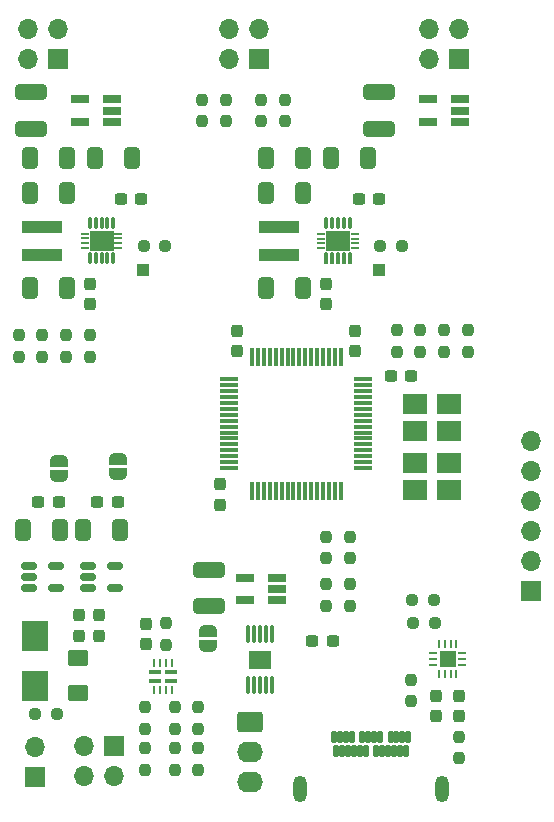
<source format=gts>
G04 #@! TF.GenerationSoftware,KiCad,Pcbnew,(6.0.8)*
G04 #@! TF.CreationDate,2023-12-02T01:29:22+01:00*
G04 #@! TF.ProjectId,lamp_devboard,6c616d70-5f64-4657-9662-6f6172642e6b,rev?*
G04 #@! TF.SameCoordinates,Original*
G04 #@! TF.FileFunction,Soldermask,Top*
G04 #@! TF.FilePolarity,Negative*
%FSLAX46Y46*%
G04 Gerber Fmt 4.6, Leading zero omitted, Abs format (unit mm)*
G04 Created by KiCad (PCBNEW (6.0.8)) date 2023-12-02 01:29:22*
%MOMM*%
%LPD*%
G01*
G04 APERTURE LIST*
G04 Aperture macros list*
%AMRoundRect*
0 Rectangle with rounded corners*
0 $1 Rounding radius*
0 $2 $3 $4 $5 $6 $7 $8 $9 X,Y pos of 4 corners*
0 Add a 4 corners polygon primitive as box body*
4,1,4,$2,$3,$4,$5,$6,$7,$8,$9,$2,$3,0*
0 Add four circle primitives for the rounded corners*
1,1,$1+$1,$2,$3*
1,1,$1+$1,$4,$5*
1,1,$1+$1,$6,$7*
1,1,$1+$1,$8,$9*
0 Add four rect primitives between the rounded corners*
20,1,$1+$1,$2,$3,$4,$5,0*
20,1,$1+$1,$4,$5,$6,$7,0*
20,1,$1+$1,$6,$7,$8,$9,0*
20,1,$1+$1,$8,$9,$2,$3,0*%
%AMFreePoly0*
4,1,22,0.500000,-0.750000,0.000000,-0.750000,0.000000,-0.745033,-0.079941,-0.743568,-0.215256,-0.701293,-0.333266,-0.622738,-0.424486,-0.514219,-0.481581,-0.384460,-0.499164,-0.250000,-0.500000,-0.250000,-0.500000,0.250000,-0.499164,0.250000,-0.499963,0.256109,-0.478152,0.396186,-0.417904,0.524511,-0.324060,0.630769,-0.204165,0.706417,-0.067858,0.745374,0.000000,0.744959,0.000000,0.750000,
0.500000,0.750000,0.500000,-0.750000,0.500000,-0.750000,$1*%
%AMFreePoly1*
4,1,20,0.000000,0.744959,0.073905,0.744508,0.209726,0.703889,0.328688,0.626782,0.421226,0.519385,0.479903,0.390333,0.500000,0.250000,0.500000,-0.250000,0.499851,-0.262216,0.476331,-0.402017,0.414519,-0.529596,0.319384,-0.634700,0.198574,-0.708877,0.061801,-0.746166,0.000000,-0.745033,0.000000,-0.750000,-0.500000,-0.750000,-0.500000,0.750000,0.000000,0.750000,0.000000,0.744959,
0.000000,0.744959,$1*%
G04 Aperture macros list end*
%ADD10RoundRect,0.237500X-0.237500X0.250000X-0.237500X-0.250000X0.237500X-0.250000X0.237500X0.250000X0*%
%ADD11FreePoly0,90.000000*%
%ADD12FreePoly1,90.000000*%
%ADD13RoundRect,0.250001X0.624999X-0.462499X0.624999X0.462499X-0.624999X0.462499X-0.624999X-0.462499X0*%
%ADD14RoundRect,0.150000X-0.512500X-0.150000X0.512500X-0.150000X0.512500X0.150000X-0.512500X0.150000X0*%
%ADD15RoundRect,0.237500X0.237500X-0.250000X0.237500X0.250000X-0.237500X0.250000X-0.237500X-0.250000X0*%
%ADD16RoundRect,0.075000X0.700000X0.075000X-0.700000X0.075000X-0.700000X-0.075000X0.700000X-0.075000X0*%
%ADD17RoundRect,0.075000X0.075000X0.700000X-0.075000X0.700000X-0.075000X-0.700000X0.075000X-0.700000X0*%
%ADD18R,1.700000X1.700000*%
%ADD19O,1.700000X1.700000*%
%ADD20RoundRect,0.062500X0.275000X0.062500X-0.275000X0.062500X-0.275000X-0.062500X0.275000X-0.062500X0*%
%ADD21RoundRect,0.062500X0.062500X0.275000X-0.062500X0.275000X-0.062500X-0.275000X0.062500X-0.275000X0*%
%ADD22R,1.450000X1.450000*%
%ADD23RoundRect,0.237500X0.250000X0.237500X-0.250000X0.237500X-0.250000X-0.237500X0.250000X-0.237500X0*%
%ADD24RoundRect,0.250000X-1.075000X0.400000X-1.075000X-0.400000X1.075000X-0.400000X1.075000X0.400000X0*%
%ADD25R,1.560000X0.650000*%
%ADD26RoundRect,0.250000X-0.845000X0.620000X-0.845000X-0.620000X0.845000X-0.620000X0.845000X0.620000X0*%
%ADD27O,2.190000X1.740000*%
%ADD28RoundRect,0.250000X0.412500X0.650000X-0.412500X0.650000X-0.412500X-0.650000X0.412500X-0.650000X0*%
%ADD29RoundRect,0.237500X0.300000X0.237500X-0.300000X0.237500X-0.300000X-0.237500X0.300000X-0.237500X0*%
%ADD30RoundRect,0.102000X-0.150000X-0.400000X0.150000X-0.400000X0.150000X0.400000X-0.150000X0.400000X0*%
%ADD31O,1.154000X2.254000*%
%ADD32R,2.300000X2.500000*%
%ADD33RoundRect,0.237500X0.237500X-0.300000X0.237500X0.300000X-0.237500X0.300000X-0.237500X-0.300000X0*%
%ADD34RoundRect,0.237500X-0.300000X-0.237500X0.300000X-0.237500X0.300000X0.237500X-0.300000X0.237500X0*%
%ADD35RoundRect,0.237500X0.237500X-0.287500X0.237500X0.287500X-0.237500X0.287500X-0.237500X-0.287500X0*%
%ADD36RoundRect,0.250000X-0.412500X-0.650000X0.412500X-0.650000X0.412500X0.650000X-0.412500X0.650000X0*%
%ADD37R,1.000000X1.000000*%
%ADD38RoundRect,0.237500X-0.250000X-0.237500X0.250000X-0.237500X0.250000X0.237500X-0.250000X0.237500X0*%
%ADD39R,2.100000X1.800000*%
%ADD40RoundRect,0.075000X-0.075000X0.650000X-0.075000X-0.650000X0.075000X-0.650000X0.075000X0.650000X0*%
%ADD41R,1.880000X1.570000*%
%ADD42RoundRect,0.100000X-0.425000X-0.100000X0.425000X-0.100000X0.425000X0.100000X-0.425000X0.100000X0*%
%ADD43RoundRect,0.050000X0.050000X0.250000X-0.050000X0.250000X-0.050000X-0.250000X0.050000X-0.250000X0*%
%ADD44RoundRect,0.237500X-0.237500X0.300000X-0.237500X-0.300000X0.237500X-0.300000X0.237500X0.300000X0*%
%ADD45R,3.400000X0.980000*%
%ADD46RoundRect,0.070000X0.140000X-0.140000X0.140000X0.140000X-0.140000X0.140000X-0.140000X-0.140000X0*%
%ADD47O,0.420000X0.990000*%
%ADD48C,0.600000*%
%ADD49R,0.700000X0.250000*%
%ADD50R,0.600000X0.230000*%
%ADD51R,0.900000X0.650000*%
%ADD52R,2.150000X1.700000*%
G04 APERTURE END LIST*
D10*
X54200000Y-111087500D03*
X54200000Y-112912500D03*
D11*
X44400000Y-91550000D03*
D12*
X44400000Y-90250000D03*
D13*
X46000000Y-109887500D03*
X46000000Y-106912500D03*
D14*
X41862500Y-99150000D03*
X41862500Y-100100000D03*
X41862500Y-101050000D03*
X44137500Y-101050000D03*
X44137500Y-99150000D03*
D15*
X56500000Y-61512500D03*
X56500000Y-59687500D03*
D16*
X70175000Y-90850000D03*
X70175000Y-90350000D03*
X70175000Y-89850000D03*
X70175000Y-89350000D03*
X70175000Y-88850000D03*
X70175000Y-88350000D03*
X70175000Y-87850000D03*
X70175000Y-87350000D03*
X70175000Y-86850000D03*
X70175000Y-86350000D03*
X70175000Y-85850000D03*
X70175000Y-85350000D03*
X70175000Y-84850000D03*
X70175000Y-84350000D03*
X70175000Y-83850000D03*
X70175000Y-83350000D03*
D17*
X68250000Y-81425000D03*
X67750000Y-81425000D03*
X67250000Y-81425000D03*
X66750000Y-81425000D03*
X66250000Y-81425000D03*
X65750000Y-81425000D03*
X65250000Y-81425000D03*
X64750000Y-81425000D03*
X64250000Y-81425000D03*
X63750000Y-81425000D03*
X63250000Y-81425000D03*
X62750000Y-81425000D03*
X62250000Y-81425000D03*
X61750000Y-81425000D03*
X61250000Y-81425000D03*
X60750000Y-81425000D03*
D16*
X58825000Y-83350000D03*
X58825000Y-83850000D03*
X58825000Y-84350000D03*
X58825000Y-84850000D03*
X58825000Y-85350000D03*
X58825000Y-85850000D03*
X58825000Y-86350000D03*
X58825000Y-86850000D03*
X58825000Y-87350000D03*
X58825000Y-87850000D03*
X58825000Y-88350000D03*
X58825000Y-88850000D03*
X58825000Y-89350000D03*
X58825000Y-89850000D03*
X58825000Y-90350000D03*
X58825000Y-90850000D03*
D17*
X60750000Y-92775000D03*
X61250000Y-92775000D03*
X61750000Y-92775000D03*
X62250000Y-92775000D03*
X62750000Y-92775000D03*
X63250000Y-92775000D03*
X63750000Y-92775000D03*
X64250000Y-92775000D03*
X64750000Y-92775000D03*
X65250000Y-92775000D03*
X65750000Y-92775000D03*
X66250000Y-92775000D03*
X66750000Y-92775000D03*
X67250000Y-92775000D03*
X67750000Y-92775000D03*
X68250000Y-92775000D03*
D18*
X78300000Y-56225000D03*
D19*
X78300000Y-53685000D03*
X75760000Y-56225000D03*
X75760000Y-53685000D03*
D20*
X78562500Y-107500000D03*
X78562500Y-107000000D03*
X78562500Y-106500000D03*
D21*
X78050000Y-105737500D03*
X77550000Y-105737500D03*
X77050000Y-105737500D03*
X76550000Y-105737500D03*
D20*
X76037500Y-106500000D03*
X76037500Y-107000000D03*
X76037500Y-107500000D03*
D21*
X76550000Y-108262500D03*
X77050000Y-108262500D03*
X77550000Y-108262500D03*
X78050000Y-108262500D03*
D22*
X77300000Y-107000000D03*
D23*
X53412500Y-72100000D03*
X51587500Y-72100000D03*
D24*
X71500000Y-59050000D03*
X71500000Y-62150000D03*
D10*
X69000000Y-96687500D03*
X69000000Y-98512500D03*
D25*
X62850000Y-102050000D03*
X62850000Y-101100000D03*
X62850000Y-100150000D03*
X60150000Y-100150000D03*
X60150000Y-102050000D03*
D15*
X63500000Y-61512500D03*
X63500000Y-59687500D03*
D26*
X60580000Y-112360000D03*
D27*
X60580000Y-114900000D03*
X60580000Y-117440000D03*
D28*
X65062500Y-64600000D03*
X61937500Y-64600000D03*
D11*
X57000000Y-105950000D03*
D12*
X57000000Y-104650000D03*
D18*
X44300000Y-56225000D03*
D19*
X44300000Y-53685000D03*
X41760000Y-56225000D03*
X41760000Y-53685000D03*
D10*
X73000000Y-79187500D03*
X73000000Y-81012500D03*
D15*
X45000000Y-81425000D03*
X45000000Y-79600000D03*
D29*
X44362500Y-93750000D03*
X42637500Y-93750000D03*
D30*
X67675000Y-113590000D03*
X68175000Y-113590000D03*
X68675000Y-113590000D03*
X69175000Y-113590000D03*
X70075000Y-113590000D03*
X70575000Y-113590000D03*
X71075000Y-113590000D03*
X71575000Y-113590000D03*
X72475000Y-113590000D03*
X72975000Y-113590000D03*
X73475000Y-113590000D03*
X73975000Y-113590000D03*
X73775000Y-114790000D03*
X73275000Y-114790000D03*
X72775000Y-114790000D03*
X72275000Y-114790000D03*
X71775000Y-114790000D03*
X71275000Y-114790000D03*
X70375000Y-114790000D03*
X69875000Y-114790000D03*
X69375000Y-114790000D03*
X68875000Y-114790000D03*
X68375000Y-114790000D03*
X67875000Y-114790000D03*
D31*
X64825000Y-118040000D03*
X76825000Y-118040000D03*
D15*
X41000000Y-81425000D03*
X41000000Y-79600000D03*
D32*
X42400000Y-109350000D03*
X42400000Y-105050000D03*
D28*
X44500000Y-96100000D03*
X41375000Y-96100000D03*
D24*
X42000000Y-59050000D03*
X42000000Y-62150000D03*
D10*
X69000000Y-100687500D03*
X69000000Y-102512500D03*
X51700000Y-114587500D03*
X51700000Y-116412500D03*
D28*
X49562500Y-96100000D03*
X46437500Y-96100000D03*
D33*
X46100000Y-105062500D03*
X46100000Y-103337500D03*
D29*
X67562500Y-105500000D03*
X65837500Y-105500000D03*
D18*
X61300000Y-56225000D03*
D19*
X61300000Y-53685000D03*
X58760000Y-56225000D03*
X58760000Y-53685000D03*
D10*
X51700000Y-111087500D03*
X51700000Y-112912500D03*
D34*
X72500000Y-83100000D03*
X74225000Y-83100000D03*
D10*
X79000000Y-79187500D03*
X79000000Y-81012500D03*
D15*
X78300000Y-115412500D03*
X78300000Y-113587500D03*
D28*
X45062500Y-67600000D03*
X41937500Y-67600000D03*
D15*
X67000000Y-102512500D03*
X67000000Y-100687500D03*
D29*
X71500000Y-68100000D03*
X69775000Y-68100000D03*
D18*
X42400000Y-116975000D03*
D19*
X42400000Y-114435000D03*
D24*
X57070000Y-99480000D03*
X57070000Y-102580000D03*
D15*
X67000000Y-98512500D03*
X67000000Y-96687500D03*
D28*
X65062500Y-67600000D03*
X61937500Y-67600000D03*
D35*
X78300000Y-111875000D03*
X78300000Y-110125000D03*
D10*
X56200000Y-114587500D03*
X56200000Y-116412500D03*
D36*
X47437500Y-64600000D03*
X50562500Y-64600000D03*
D15*
X75000000Y-81012500D03*
X75000000Y-79187500D03*
D37*
X51500000Y-74100000D03*
D38*
X42387500Y-111700000D03*
X44212500Y-111700000D03*
D10*
X53500000Y-103987500D03*
X53500000Y-105812500D03*
D39*
X74550000Y-87750000D03*
X77450000Y-87750000D03*
X77450000Y-85450000D03*
X74550000Y-85450000D03*
D35*
X76300000Y-111875000D03*
X76300000Y-110125000D03*
D23*
X73412500Y-72100000D03*
X71587500Y-72100000D03*
D40*
X62400000Y-104950000D03*
X61900000Y-104950000D03*
X61400000Y-104950000D03*
X60900000Y-104950000D03*
X60400000Y-104950000D03*
X60400000Y-109250000D03*
X60900000Y-109250000D03*
X61400000Y-109250000D03*
X61900000Y-109250000D03*
X62400000Y-109250000D03*
D41*
X61400000Y-107100000D03*
D42*
X52525000Y-108150000D03*
X52525000Y-108850000D03*
D43*
X52450000Y-109650000D03*
X52950000Y-109650000D03*
X53450000Y-109650000D03*
X53950000Y-109650000D03*
D42*
X53875000Y-108850000D03*
X53875000Y-108150000D03*
D43*
X53950000Y-107350000D03*
X53450000Y-107350000D03*
X52950000Y-107350000D03*
X52450000Y-107350000D03*
D44*
X67000000Y-75237500D03*
X67000000Y-76962500D03*
D15*
X58500000Y-61512500D03*
X58500000Y-59687500D03*
D10*
X47000000Y-79600000D03*
X47000000Y-81425000D03*
D28*
X45062500Y-64600000D03*
X41937500Y-64600000D03*
D10*
X54200000Y-114587500D03*
X54200000Y-116412500D03*
D15*
X61500000Y-61512500D03*
X61500000Y-59687500D03*
D44*
X47000000Y-75237500D03*
X47000000Y-76962500D03*
D33*
X51800000Y-105762500D03*
X51800000Y-104037500D03*
D45*
X63000000Y-72785000D03*
X63000000Y-70415000D03*
D10*
X43000000Y-79600000D03*
X43000000Y-81425000D03*
D46*
X67000000Y-73385000D03*
D47*
X67000000Y-73100000D03*
D46*
X67500000Y-73385000D03*
D47*
X67500000Y-73100000D03*
D46*
X68000000Y-73385000D03*
D47*
X68000000Y-73100000D03*
X68500000Y-73100000D03*
D46*
X68500000Y-73385000D03*
D47*
X69000000Y-73100000D03*
D46*
X69000000Y-73385000D03*
D47*
X69000000Y-70150000D03*
D46*
X69000000Y-69865000D03*
X68500000Y-69865000D03*
D47*
X68500000Y-70150000D03*
D46*
X68000000Y-69865000D03*
D47*
X68000000Y-70150000D03*
X67500000Y-70150000D03*
D46*
X67500000Y-69865000D03*
X67000000Y-69865000D03*
D47*
X67000000Y-70150000D03*
D48*
X68500000Y-72125000D03*
D49*
X66575000Y-71025000D03*
X69425000Y-72225000D03*
D48*
X67500000Y-72125000D03*
D50*
X66575000Y-72225000D03*
D49*
X69425000Y-71825000D03*
D50*
X66575000Y-71825000D03*
D48*
X67500000Y-71125000D03*
D49*
X66575000Y-71825000D03*
D50*
X66575000Y-71425000D03*
X66575000Y-71025000D03*
D49*
X66575000Y-71425000D03*
D51*
X67440000Y-71190000D03*
D49*
X69425000Y-71025000D03*
D50*
X69425000Y-72225000D03*
X69425000Y-71425000D03*
D48*
X68500000Y-71125000D03*
D52*
X68000000Y-71625000D03*
D49*
X66575000Y-72225000D03*
D51*
X68560000Y-72060000D03*
X68560000Y-71190000D03*
X67440000Y-72060000D03*
D50*
X69425000Y-71825000D03*
D49*
X69425000Y-71425000D03*
D50*
X69425000Y-71025000D03*
D23*
X76212500Y-104000000D03*
X74387500Y-104000000D03*
D33*
X59500000Y-80962500D03*
X59500000Y-79237500D03*
D18*
X49075000Y-114425000D03*
D19*
X49075000Y-116965000D03*
X46535000Y-114425000D03*
X46535000Y-116965000D03*
D29*
X51362500Y-68100000D03*
X49637500Y-68100000D03*
D10*
X74200000Y-108787500D03*
X74200000Y-110612500D03*
D47*
X47000000Y-73075000D03*
D46*
X47000000Y-73360000D03*
D47*
X47500000Y-73075000D03*
D46*
X47500000Y-73360000D03*
X48000000Y-73360000D03*
D47*
X48000000Y-73075000D03*
X48500000Y-73075000D03*
D46*
X48500000Y-73360000D03*
D47*
X49000000Y-73075000D03*
D46*
X49000000Y-73360000D03*
D47*
X49000000Y-70125000D03*
D46*
X49000000Y-69840000D03*
X48500000Y-69840000D03*
D47*
X48500000Y-70125000D03*
D46*
X48000000Y-69840000D03*
D47*
X48000000Y-70125000D03*
D46*
X47500000Y-69840000D03*
D47*
X47500000Y-70125000D03*
X47000000Y-70125000D03*
D46*
X47000000Y-69840000D03*
D49*
X46575000Y-71800000D03*
D50*
X46575000Y-71800000D03*
D51*
X47440000Y-71165000D03*
D48*
X47500000Y-72100000D03*
D50*
X46575000Y-71000000D03*
X49425000Y-71000000D03*
X49425000Y-71800000D03*
D51*
X48560000Y-72035000D03*
D48*
X47500000Y-71100000D03*
D49*
X46575000Y-71000000D03*
D51*
X48560000Y-71165000D03*
D49*
X49425000Y-71400000D03*
D48*
X48500000Y-72100000D03*
D49*
X49425000Y-71800000D03*
D51*
X47440000Y-72035000D03*
D49*
X49425000Y-71000000D03*
D50*
X46575000Y-72200000D03*
D49*
X46575000Y-71400000D03*
D48*
X48500000Y-71100000D03*
D52*
X48000000Y-71600000D03*
D50*
X46575000Y-71400000D03*
D49*
X49425000Y-72200000D03*
D50*
X49425000Y-72200000D03*
D49*
X46575000Y-72200000D03*
D50*
X49425000Y-71400000D03*
D11*
X49400000Y-91350000D03*
D12*
X49400000Y-90050000D03*
D28*
X45062500Y-75600000D03*
X41937500Y-75600000D03*
D15*
X77000000Y-81012500D03*
X77000000Y-79187500D03*
D33*
X47800000Y-105062500D03*
X47800000Y-103337500D03*
D44*
X58000000Y-92237500D03*
X58000000Y-93962500D03*
D14*
X46862500Y-99150000D03*
X46862500Y-100100000D03*
X46862500Y-101050000D03*
X49137500Y-101050000D03*
X49137500Y-99150000D03*
D36*
X67437500Y-64600000D03*
X70562500Y-64600000D03*
D25*
X48850000Y-61550000D03*
X48850000Y-60600000D03*
X48850000Y-59650000D03*
X46150000Y-59650000D03*
X46150000Y-61550000D03*
D37*
X71500000Y-74100000D03*
D39*
X74550000Y-92750000D03*
X77450000Y-92750000D03*
X77450000Y-90450000D03*
X74550000Y-90450000D03*
D29*
X49362500Y-93750000D03*
X47637500Y-93750000D03*
D45*
X43000000Y-72785000D03*
X43000000Y-70415000D03*
D33*
X69500000Y-80962500D03*
X69500000Y-79237500D03*
D28*
X65062500Y-75600000D03*
X61937500Y-75600000D03*
D23*
X76125000Y-102000000D03*
X74300000Y-102000000D03*
D25*
X78350000Y-61550000D03*
X78350000Y-60600000D03*
X78350000Y-59650000D03*
X75650000Y-59650000D03*
X75650000Y-61550000D03*
D10*
X56200000Y-111087500D03*
X56200000Y-112912500D03*
D18*
X84400000Y-101250000D03*
D19*
X84400000Y-98710000D03*
X84400000Y-96170000D03*
X84400000Y-93630000D03*
X84400000Y-91090000D03*
X84400000Y-88550000D03*
M02*

</source>
